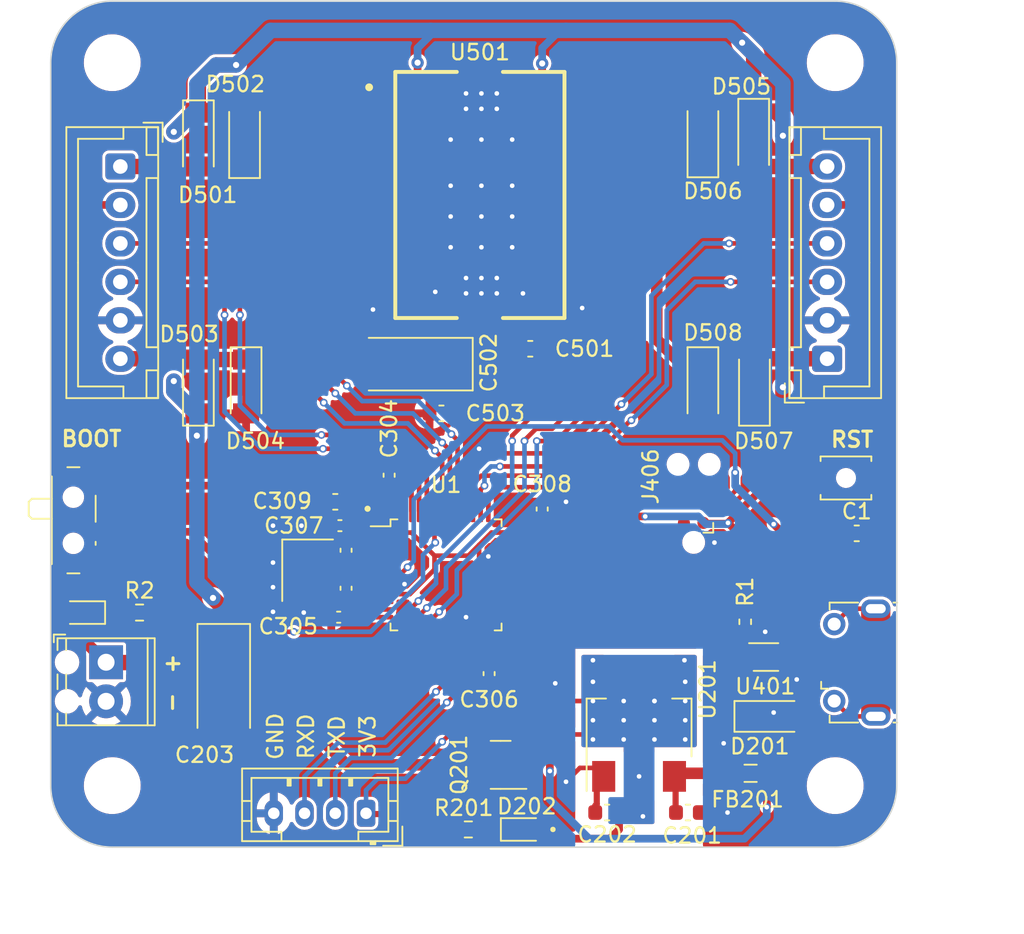
<source format=kicad_pcb>
(kicad_pcb (version 20211014) (generator pcbnew)
  (layers (0 "F.Cu" signal) (31 "B.Cu" signal) (34 "B.Paste" user) (35 "F.Paste" user) (36 "B.SilkS" user "B.Silkscreen") (37 "F.SilkS" user "F.Silkscreen") (38 "B.Mask" user) (39 "F.Mask" user) (44 "Edge.Cuts" user))
  (net 0 "")
  (net 1 "Net-(C201-Pad1)")
  (net 2 "GND")
  (net 3 "+3V3")
  (net 4 "+12V")
  (net 7 "VBUS")
  (net 8 "Net-(D1-Pad1)")
  (net 9 "Net-(D202-Pad1)")
  (net 10 "/Connectors/M1_OUT1")
  (net 11 "/Connectors/M1_OUT2")
  (net 12 "/Connectors/M2_OUT1")
  (net 13 "/Connectors/M2_OUT2")
  (net 14 "/Connectors/USB_CONN_DN")
  (net 15 "/Connectors/USB_CONN_DP")
  (net 16 "unconnected-(J402-Pad6)")
  (net 20 "/Microcontroller/OSC_IN")
  (net 21 "/Microcontroller/OSC_OUT")
  (net 22 "/Microcontroller/NRST")
  (net 37 "/Microcontroller/SWDIO")
  (net 38 "/Microcontroller/SWCLK")
  (net 39 "/Microcontroller/SWO")
  (net 40 "/Microcontroller/BOOT0")
  (net 41 "/Microcontroller/M1_ENCA")
  (net 42 "/Microcontroller/M2_ENCB")
  (net 43 "/Microcontroller/M2_ENCA")
  (net 44 "/Microcontroller/M1_ENCB")
  (net 45 "/Microcontroller/M1_IN2")
  (net 46 "/Microcontroller/M1_EN1")
  (net 47 "/Microcontroller/M1_IN1")
  (net 48 "/Microcontroller/M2_EN1")
  (net 49 "/Microcontroller/M2_IN1")
  (net 50 "/Microcontroller/M2_IN2")
  (net 51 "/Connectors/CONN_USB_DN")
  (net 52 "/Connectors/CONN_USB_DP")
  (net 53 "/Connectors/UART_TX")
  (net 54 "/Connectors/UART_RX")
  (net 55 "Net-(FB201-Pad1)")
  (footprint "Capacitor_SMD:C_0603_1608Metric" (layer "F.Cu") (at 166.175 132.75 180)
    (fp_text reference "C202")
    (fp_text value "10u")
  )
  (footprint "MountingHole:MountingHole_3.2mm_M3" (layer "F.Cu") (at 181 84)
    (fp_text reference "H401" hide)
    (fp_text value "M3")
  )
  (footprint "Connector_JST:JST_XH_B6B-XH-A_1x06_P2.50mm_Vertical" (layer "F.Cu") (at 180.475 103.25 90)
    (fp_text reference "J405" hide)
    (fp_text value "Motor 2")
  )
  (footprint "Diode_SMD:D_SOD-123" (layer "F.Cu") (at 176.7 126.5)
    (fp_text reference "D201")
    (fp_text value "B5819W")
  )
  (footprint "Package_TO_SOT_SMD:SOT-223-3_TabPin2" (layer "F.Cu") (at 168.25 127.25 90)
    (fp_text reference "U201")
    (fp_text value "AMS1117-3.3")
  )
  (footprint "Capacitor_SMD:C_0402_1005Metric" (layer "F.Cu") (at 158.5 123.72 -90)
    (fp_text reference "C306")
    (fp_text value "0u1")
  )
  (footprint "MountingHole:MountingHole_3.2mm_M3" (layer "F.Cu") (at 134 84)
    (fp_text reference "H403" hide)
    (fp_text value "M3")
  )
  (footprint "LED_SMD:LED_0603_1608Metric" (layer "F.Cu") (at 160.75 133.85)
    (fp_text reference "D202")
    (fp_text value "green")
  )
  (footprint "Diode_SMD:D_MiniMELF" (layer "F.Cu") (at 139.6 89 -90)
    (fp_text reference "D501")
    (fp_text value "LL4148")
  )
  (footprint "Capacitor_SMD:C_0402_1005Metric" (layer "F.Cu") (at 148.8 114.1 180)
    (fp_text reference "C307")
    (fp_text value "0u1")
  )
  (footprint "Diode_SMD:D_MiniMELF" (layer "F.Cu") (at 172.4 88.9 90)
    (fp_text reference "D506")
    (fp_text value "LL4148")
  )
  (footprint "Diode_SMD:D_MiniMELF" (layer "F.Cu") (at 175.75 105.05 90)
    (fp_text reference "D507")
    (fp_text value "LL4148")
  )
  (footprint "TerminalBlock_Phoenix:TerminalBlock_Phoenix_MPT-0,5-2-2.54_1x02_P2.54mm_Horizontal" (layer "F.Cu") (at 133.6 122.98 -90)
    (fp_text reference "J401" hide)
    (fp_text value "PWR_MOTOR")
  )
  (footprint "MountingHole:MountingHole_3.2mm_M3" (layer "F.Cu") (at 134 131)
    (fp_text reference "H402" hide)
    (fp_text value "M3")
  )
  (footprint "Resistor_SMD:R_0603_1608Metric" (layer "F.Cu") (at 135.775 119.75)
    (fp_text reference "R2")
    (fp_text value "1k5")
  )
  (footprint "Connector:Tag-Connect_TC2030-IDC-NL_2x03_P1.27mm_Vertical" (layer "F.Cu") (at 171.8 112.65 90)
    (fp_text reference "J406")
    (fp_text value "Conn_ARM_SWD_TagConnect_TC2030-NL")
  )
  (footprint "Capacitor_SMD:C_0402_1005Metric" (layer "F.Cu") (at 161.95 113.02 90)
    (fp_text reference "C308")
    (fp_text value "0u1")
  )
  (footprint "Package_QFP:LQFP-48_7x7mm_P0.5mm" (layer "F.Cu") (at 155.7 117.3)
    (fp_text reference "U1")
    (fp_text value "STM32F103C8Tx")
  )
  (footprint "Diode_SMD:D_MiniMELF" (layer "F.Cu") (at 142.7 105.05 -90)
    (fp_text reference "D504")
    (fp_text value "LL4148")
  )
  (footprint "Package_TO_SOT_SMD:SOT-666" (layer "F.Cu") (at 176.5 122.64)
    (fp_text reference "U401")
    (fp_text value "USBLC6-2P6")
  )
  (footprint "Capacitor_SMD:C_0603_1608Metric" (layer "F.Cu") (at 161.175 102.6 180)
    (fp_text reference "C501")
    (fp_text value "10u")
  )
  (footprint "Package_TO_SOT_SMD:SOT-23" (layer "F.Cu") (at 159.25 129.65 180)
    (fp_text reference "Q201")
    (fp_text value "AO3401A")
  )
  (footprint "LED_SMD:LED_0603_1608Metric" (layer "F.Cu") (at 132.05 119.75 180)
    (fp_text reference "D1" hide)
    (fp_text value "green")
  )
  (footprint "Diode_SMD:D_MiniMELF" (layer "F.Cu") (at 139.6 105.05 90)
    (fp_text reference "D503")
    (fp_text value "LL4148")
  )
  (footprint "L298P:SOIC127P1420X360-20N" (layer "F.Cu") (at 157.9 92.6)
    (fp_text reference "U501")
    (fp_text value "L298P")
  )
  (footprint "Capacitor_SMD:C_0402_1005Metric" (layer "F.Cu") (at 149.2 118.17 -90)
    (fp_text reference "C311" hide)
    (fp_text value "20p")
  )
  (footprint "Capacitor_SMD:C_0603_1608Metric" (layer "F.Cu") (at 155.4 106.8 180)
    (fp_text reference "C503")
    (fp_text value "10u")
  )
  (footprint "Capacitor_SMD:C_0603_1608Metric" (layer "F.Cu") (at 171.425 132.75)
    (fp_text reference "C201")
    (fp_text value "10u")
  )
  (footprint "Capacitor_Tantalum_SMD:CP_EIA-6032-15_Kemet-U" (layer "F.Cu") (at 141.25 124.25 -90)
    (fp_text reference "C203")
    (fp_text value "22u")
  )
  (footprint "Capacitor_SMD:C_0603_1608Metric" (layer "F.Cu") (at 182.4 114.6)
    (fp_text reference "C1")
    (fp_text value "0u1")
  )
  (footprint "Connector_JST:JST_PH_B4B-PH-K_1x04_P2.00mm_Vertical" (layer "F.Cu") (at 150.5 132.8 180)
    (fp_text reference "J404" hide)
    (fp_text value "I2C Connector")
  )
  (footprint "Button_Switch_SMD:SW_SPST_B3U-1000P-B" (layer "F.Cu") (at 181.7 111)
    (fp_text reference "SW1" hide)
    (fp_text value "SW_Push")
  )
  (footprint "Diode_SMD:D_MiniMELF" (layer "F.Cu") (at 172.4 105.05 -90)
    (fp_text reference "D508")
    (fp_text value "LL4148")
  )
  (footprint "Capacitor_Tantalum_SMD:CP_EIA-6032-15_Kemet-U" (layer "F.Cu") (at 153.675 103.6 180)
    (fp_text reference "C502")
    (fp_text value "22u")
  )
  (footprint "Inductor_SMD:L_0805_2012Metric" (layer "F.Cu") (at 175.5 130.2 180)
    (fp_text reference "FB201")
    (fp_text value "100@100MHz")
  )
  (footprint "Fiducial:Fiducial_0.5mm_Mask1.5mm" (layer "F.Cu") (at 138 133)
    (fp_text reference "FID401" hide)
    (fp_text value "Fiducial")
  )
  (footprint "Diode_SMD:D_MiniMELF" (layer "F.Cu") (at 175.7 88.9 -90)
    (fp_text reference "D505")
    (fp_text value "LL4148")
  )
  (footprint "Diode_SMD:D_MiniMELF" (layer "F.Cu") (at 142.6 88.95 90)
    (fp_text reference "D502")
    (fp_text value "LL4148")
  )
  (footprint "Connector_JST:JST_XH_B6B-XH-A_1x06_P2.50mm_Vertical" (layer "F.Cu") (at 134.525 90.75 -90)
    (fp_text reference "J403" hide)
    (fp_text value "Motor 1")
  )
  (footprint "Resistor_SMD:R_0402_1005Metric" (layer "F.Cu") (at 175.15 120.35 -90)
    (fp_text reference "R1")
    (fp_text value "1k5")
  )
  (footprint "Fiducial:Fiducial_0.5mm_Mask1.5mm" (layer "F.Cu") (at 177 81.5)
    (fp_text reference "FID402" hide)
    (fp_text value "Fiducial")
  )
  (footprint "Capacitor_SMD:C_0402_1005Metric" (layer "F.Cu") (at 149.2 115.7 90)
    (fp_text reference "C310" hide)
    (fp_text value "20p")
  )
  (footprint "Button_Switch_SMD:SW_SPDT_PCM12" (layer "F.Cu") (at 131.8 113.75 -90)
    (fp_text reference "SW2" hide)
    (fp_text value "SW_SPDT")
  )
  (footprint "Capacitor_SMD:C_0402_1005Metric" (layer "F.Cu") (at 148.72 120.05 180)
    (fp_text reference "C305")
    (fp_text value "0u1")
  )
  (footprint "Connector_USB:USB_Micro-B_Molex-105017-0001" (layer "F.Cu") (at 182.4 123 90)
    (fp_text reference "J402" hide)
    (fp_text value "USB_B_Micro")
  )
  (footprint "Capacitor_SMD:C_0603_1608Metric" (layer "F.Cu") (at 148.5 112.55 180)
    (fp_text reference "C309")
    (fp_text value "4u7")
  )
  (footprint "Resistor_SMD:R_0603_1608Metric" (layer "F.Cu") (at 157.15 133.85 180)
    (fp_text reference "R201")
    (fp_text value "510")
  )
  (footprint "MountingHole:MountingHole_3.2mm_M3" (layer "F.Cu") (at 181 131)
    (fp_text reference "H404" hide)
    (fp_text value "M3")
  )
  (footprint "Capacitor_SMD:C_0402_1005Metric" (layer "F.Cu") (at 152 110.82 90)
    (fp_text reference "C304")
    (fp_text value "0u1")
  )
  (footprint "Crystal:Crystal_SMD_3225-4Pin_3.2x2.5mm" (layer "F.Cu") (at 146.7 117 -90)
    (fp_text reference "Y301" hide)
    (fp_text value "12MHz")
  )
  (gr_circle (center 162.65 133.85) (end 162.75 133.85) (layer "F.SilkS") (width 0.15) (fill solid))
  (gr_circle (center 150.6 113) (end 150.75 113) (layer "F.SilkS") (width 0.1) (fill solid))
  (gr_arc (start 181 80) (mid 183.828427 81.171573) (end 185 84) (layer "Edge.Cuts") (width 0.1))
  (gr_line (start 185 131) (end 185 84) (layer "Edge.Cuts") (width 0.1))
  (gr_arc (start 134 135) (mid 131.171573 133.828427) (end 130 131) (layer "Edge.Cuts") (width 0.1))
  (gr_arc (start 130 84) (mid 131.171573 81.171573) (end 134 80) (layer "Edge.Cuts") (width 0.1))
  (gr_line (start 130 84) (end 130 131) (layer "Edge.Cuts") (width 0.1))
  (gr_line (start 181 80) (end 134 80) (layer "Edge.Cuts") (width 0.1))
  (gr_line (start 134 135) (end 181 135) (layer "Edge.Cuts") (width 0.1))
  (gr_arc (start 185 131) (mid 183.828427 133.828427) (end 181 135) (layer "Edge.Cuts") (width 0.1))
  (gr_text "BOOT" (at 132.65 108.45) (layer "F.SilkS") (effects (font (size 1 1) (thickness 0.2))))
  (gr_text "GND" (at 144.6 127.8 90) (layer "F.SilkS") (effects (font (size 1 1))))
  (gr_text "3V3" (at 150.6 127.8 90) (layer "F.SilkS") (effects (font (size 1 1))))
  (gr_text "TXD" (at 148.6 127.8 90) (layer "F.SilkS") (effects (font (size 1 1))))
  (gr_text "RXD" (at 146.6 127.8 90) (layer "F.SilkS") (effects (font (size 1 1))))
  (gr_text "-" (at 137.85 125.6 90) (layer "F.SilkS") (effects (font (size 1 1) (thickness 0.2)) (justify mirror)))
  (gr_text "+" (at 137.95 123) (layer "F.SilkS") (effects (font (size 1 1) (thickness 0.2)) (justify mirror)))
  (gr_text "RST" (at 182.1 108.5) (layer "F.SilkS") (effects (font (size 1 1) (thickness 0.2))))
  (segment (start 170.925 130.2) (end 170.575 129.85) (width 0.75) (layer "F.Cu") (net 1))
  (segment (start 170.625 132.3) (end 170.625 129.9) (width 0.4) (layer "F.Cu") (net 1))
  (segment (start 170.625 129.9) (end 170.575 129.85) (width 0.4) (layer "F.Cu") (net 1))
  (segment (start 174.4375 130.2) (end 170.925 130.2) (width 0.75) (layer "F.Cu") (net 1))
  (segment (start 157.642894 120.05) (end 157 120.05) (width 0.3) (layer "F.Cu") (net 2))
  (segment (start 148.23 115.22) (end 147.55 115.9) (width 0.4) (layer "F.Cu") (net 2))
  (segment (start 158.95 115.05) (end 158.5 115.5) (width 0.3) (layer "F.Cu") (net 2))
  (segment (start 158.4495 115.5505) (end 158.4495 116.1) (width 0.3) (layer "F.Cu") (net 2))
  (segment (start 149.2 115.22) (end 148.23 115.22) (width 0.4) (layer "F.Cu") (net 2))
  (segment (start 176.116447 122.566446) (end 176.042893 122.64) (width 0.3) (layer "F.Cu") (net 2))
  (segment (start 176.042893 122.64) (end 175.575 122.64) (width 0.3) (layer "F.Cu") (net 2))
  (segment (start 176.133554 122.566446) (end 176.116447 122.566446) (width 0.3) (layer "F.Cu") (net 2))
  (segment (start 165.5 130.325) (end 165.975 129.85) (width 0.4) (layer "F.Cu") (net 2))
  (segment (start 153.45 111.25) (end 152.54 110.34) (width 0.3) (layer "F.Cu") (net 2))
  (segment (start 149.2 119.2) (end 149.05 119.35) (width 0.3) (layer "F.Cu") (net 2))
  (segment (start 153.45 113.1375) (end 153.45 111.25) (width 0.3) (layer "F.Cu") (net 2))
  (segment (start 176.45 121) (end 176.45 122.25) (width 0.3) (layer "F.Cu") (net 2))
  (segment (start 148.5 119.35) (end 148.24 119.61) (width 0.3) (layer "F.Cu") (net 2))
  (segment (start 148.24 119.857035) (end 148.24 119.9) (width 0.3) (layer "F.Cu") (net 2))
  (segment (start 158.5 115.5) (end 158.4495 115.5505) (width 0.3) (layer "F.Cu") (net 2))
  (segment (start 149.05 119.35) (end 148.5 119.35) (width 0.3) (layer "F.Cu") (net 2))
  (segment (start 172.4 87.15) (end 172.4 87.1) (width 0.75) (layer "F.Cu") (net 2))
  (segment (start 157.95 120.357106) (end 157.642894 120.05) (width 0.3) (layer "F.Cu") (net 2))
  (segment (start 165.4 132.3) (end 165.5 132.2) (width 0.4) (layer "F.Cu") (net 2))
  (segment (start 157.95 121.4625) (end 157.95 120.357106) (width 0.3) (layer "F.Cu") (net 2))
  (segment (start 165.975 129.85) (end 164.4 129.85) (width 0.3) (layer "F.Cu") (net 2))
  (segment (start 148.24 119.61) (end 148.24 120.05) (width 0.3) (layer "F.Cu") (net 2))
  (segment (start 165.5 132.2) (end 165.5 130.325) (width 0.4) (layer "F.Cu") (net 2))
  (segment (start 149.2 118.65) (end 149.2 119.2) (width 0.3) (layer "F.Cu") (net 2))
  (segment (start 164.4 129.85) (end 163.5 130.75) (width 0.3) (layer "F.Cu") (net 2))
  (segment (start 176.45 122.25) (end 176.133554 122.566446) (width 0.3) (layer "F.Cu") (net 2))
  (segment (start 174 132.75) (end 172.2 132.75) (width 0.3) (layer "F.Cu") (net 2))
  (segment (start 152.54 110.34) (end 152 110.34) (width 0.3) (layer "F.Cu") (net 2))
  (segment (start 159.8625 115.05) (end 158.95 115.05) (width 0.3) (layer "F.Cu") (net 2))
  (via (at 157 87) (size 0.5) (drill 0.3) (layers "F.Cu" "B.Cu") (net 2))
  (via (at 158.4495 116.1) (size 0.5) (drill 0.3) (layers "F.Cu" "B.Cu") (net 2))
  (via (at 160 94) (size 0.5) (drill 0.3) (layers "F.Cu" "B.Cu") (net 2))
  (via (at 162.8 124.35) (size 0.5) (drill 0.3) (layers "F.Cu" "B.Cu") (net 2))
  (via (at 146.3 114.1) (size 0.5) (drill 0.3) (layers "F.Cu" "B.Cu") (net 2))
  (via (at 157 120.05) (size 0.5) (drill 0.3) (layers "F.Cu" "B.Cu") (net 2))
  (via (at 160 92) (size 0.5) (drill 0.3) (layers "F.Cu" "B.Cu") (net 2))
  (via (at 158 86) (size 0.5) (drill 0.3) (layers "F.Cu" "B.Cu") (net 2))
  (via (at 160.7 99) (size 0.5) (drill 0.3) (layers "F.Cu" "B.Cu") (net 2))
  (via (at 156 96) (size 0.5) (drill 0.3) (layers "F.Cu" "B.Cu") (net 2))
  (via (at 173.15 115.2) (size 0.5) (drill 0.3) (layers "F.Cu" "B.Cu") (net 2))
  (via (at 163.5 112.55) (size 0.5) (drill 0.3) (layers "F.Cu" "B.Cu") (net 2))
  (via (at 144.45 119.7) (size 0.5) (drill 0.3) (layers "F.Cu" "B.Cu") (net 2))
  (via (at 157 86) (size 0.5) (drill 0.3) (layers "F.Cu" "B.Cu") (net 2))
  (via (at 144.45 118.1) (size 0.5) (drill 0.3) (layers "F.Cu" "B.Cu") (net 2))
  (via (at 158 96) (size 0.5) (drill 0.3) (layers "F.Cu" "B.Cu") (net 2))
  (via (at 153 117.9) (size 0.5) (drill 0.3) (layers "F.Cu" "B.Cu") (net 2))
  (via (at 159 99) (size 0.5) (drill 0.3) (layers "F.Cu" "B.Cu") (net 2))
  (via (at 157 99) (size 0.5) (drill 0.3) (layers "F.Cu" "B.Cu") (net 2))
  (via (at 158 87) (size 0.5) (drill 0.3) (layers "F.Cu" "B.Cu") (net 2))
  (via (at 156 94) (size 0.5) (drill 0.3) (layers "F.Cu" "B.Cu") (net 2))
  (via (at 160 96) (size 0.5) (drill 0.3) (layers "F.Cu" "B.Cu") (net 2))
  (via (at 159 86) (size 0.5) (drill 0.3) (layers "F.Cu" "B.Cu") (net 2))
  (via (at 157 98) (size 0.5) (drill 0.3) (layers "F.Cu" "B.Cu") (net 2))
  (via (at 146.45 119.75) (size 0.5) (drill 0.3) (layers "F.Cu" "B.Cu") (net 2))
  (via (at 159 87) (size 0.5) (drill 0.3) (layers "F.Cu" "B.Cu") (net 2))
  (via (at 178.5 124.1) (size 0.5) (drill 0.3) (layers "F.Cu" "B.Cu") (net 2))
  (via (at 173.75 128.25) (size 0.5) (drill 0.3) (layers "F.Cu" "B.Cu") (net 2))
  (via (at 158 98) (size 0.5) (drill 0.3) (layers "F.Cu" "B.Cu") (net 2))
  (via (at 174 132.75) (size 0.5) (drill 0.3) (layers "F.Cu" "B.Cu") (net 2))
  (via (at 144.45 114.1) (size 0.5) (drill 0.3) (layers "F.Cu" "B.Cu") (net 2))
  (via (at 144.45 116.5) (size 0.5) (drill 0.3) (layers "F.Cu" "B.Cu") (net 2))
  (via (at 176.45 121) (size 0.5) (drill 0.3) (layers "F.Cu" "B.Cu") (net 2))
  (via (at 177 126.25) (size 0.5) (drill 0.3) (layers "F.Cu" "B.Cu") (net 2))
  (via (at 160 89) (size 0.5) (drill 0.3) (layers "F.Cu" "B.Cu") (net 2))
  (via (at 156 89) (size 0.5) (drill 0.3) (layers "F.Cu" "B.Cu") (net 2))
  (via (at 163.5 130.75) (size 0.5) (drill 0.3) (layers "F.Cu" "B.Cu") (net 2))
  (via (at 157.85 109.1) (size 0.5) (drill 0.3) (layers "F.Cu" "B.Cu") (net 2))
  (via (at 150.95 100.05) (size 0.5) (drill 0.3) (layers "F.Cu" "B.Cu") (net 2))
  (via (at 156 92) (size 0.5) (drill 0.3) (layers "F.Cu" "B.Cu") (net 2))
  (via (at 158 99) (size 0.5) (drill 0.3) (layers "F.Cu" "B.Cu") (net 2))
  (via (at 158 94) (size 0.5) (drill 0.3) (layers "F.Cu" "B.Cu") (net 2))
  (via (at 159 98) (size 0.5) (drill 0.3) (layers "F.Cu" "B.Cu") (net 2))
  (via (at 155 98.9) (size 0.5) (drill 0.3) (layers "F.Cu" "B.Cu") (net 2))
  (via (at 158 89) (size 0.5) (drill 0.3) (layers "F.Cu" "B.Cu") (net 2))
  (via (at 164.55 99.95) (size 0.5) (drill 0.3) (layers "F.Cu" "B.Cu") (net 2))
  (via (at 158 92) (size 0.5) (drill 0.3) (layers "F.Cu" "B.Cu") (net 2))
  (segment (start 153.35 118.55) (end 154.95 116.95) (width 0.3) (layer "F.Cu") (net 3))
  (segment (start 165.25 125.5) (end 161.3 125.5) (width 0.3) (layer "F.Cu") (net 3))
  (segment (start 151.5375 114.55) (end 153.45 114.55) (width 0.3) (layer "F.Cu") (net 3))
  (segment (start 157.85 118.6) (end 157.85 119.55) (width 0.3) (layer "F.Cu") (net 3))
  (segment (start 175.15 115.04) (end 174.03 113.92) (width 0.5) (layer "F.Cu") (net 3))
  (segment (start 172.435 113.92) (end 174.03 113.92) (width 0.4) (layer "F.Cu") (net 3))
  (segment (start 135.6 108) (end 138.1 110.5) (width 0.5) (layer "F.Cu") (net 3))
  (segment (start 183.1 104.85) (end 174.03 113.92) (width 0.5) (layer "F.Cu") (net 3))
  (segment (start 149.2 120.05) (end 149.95 119.3) (width 0.3) (layer "F.Cu") (net 3))
  (segment (start 151.5375 118.55) (end 153.35 118.55) (width 0.3) (layer "F.Cu") (net 3))
  (segment (start 148.95 111.5) (end 138.1 111.5) (width 0.5) (layer "F.Cu") (net 3))
  (segment (start 152.95 114.35) (end 152.95 113.1375) (width 0.3) (layer "F.Cu") (net 3))
  (segment (start 150.4 118.55) (end 151.5375 118.55) (width 0.3) (layer "F.Cu") (net 3))
  (segment (start 161.5375 132.6375) (end 161.1 132.2) (width 0.4) (layer "F.Cu") (net 3))
  (segment (start 160.9 114.55) (end 159.8625 114.55) (width 0.3) (layer "F.Cu") (net 3))
  (segment (start 134.525 93.25) (end 132.55 93.25) (width 0.5) (layer "F.Cu") (net 3))
  (segment (start 133.85 111.5) (end 133.95 111.4) (width 0.3) (layer "F.Cu") (net 3))
  (segment (start 162.1375 134.45) (end 161.5375 133.85) (width 0.5) (layer "F.Cu") (net 3))
  (segment (start 158.45 121.4625) (end 158.45 123.19) (width 0.3) (layer "F.Cu") (net 3))
  (segment (start 157.85 115.35) (end 157.85 118.6) (width 0.3) (layer "F.Cu") (net 3))
  (segment (start 151.5375 114.55) (end 150.35 114.55) (width 0.3) (layer "F.Cu") (net 3))
  (segment (start 159.8625 114.55) (end 158.65 114.55) (width 0.3) (layer "F.Cu") (net 3))
  (segment (start 159.04 123.24) (end 158.5 123.24) (width 0.3) (layer "F.Cu") (net 3))
  (segment (start 158.45 123.19) (end 158.5 123.24) (width 0.3) (layer "F.Cu") (net 3))
  (segment (start 150.35 114.55) (end 149.9 114.1) (width 0.3) (layer "F.Cu") (net 3))
  (segment (start 161.95 113.5) (end 160.9 114.55) (width 0.3) (layer "F.Cu") (net 3))
  (segment (start 152.95 112.25) (end 152 111.3) (width 0.3) (layer "F.Cu") (net 3))
  (segment (start 161.3 125.5) (end 159.04 123.24) (width 0.3) (layer "F.Cu") (net 3))
  (segment (start 161.5375 133.85) (end 161.5375 132.6375) (width 0.4) (layer "F.Cu") (net 3))
  (segment (start 153.2 132.2) (end 152.55 132.85) (width 0.4) (layer "F.Cu") (net 3))
  (segment (start 161.95 113.5) (end 168.65 113.5) (width 0.5) (layer "F.Cu") (net 3))
  (segment (start 154.95 116.05) (end 157.15 116.05) (width 0.3) (layer "F.Cu") (net 3))
  (segment (start 131 94.8) (end 131 106) (width 0.5) (layer "F.Cu") (net 3))
  (segment (start 149.28 112.8) (end 149.28 114.1) (width 0.25) (layer "F.Cu") (net 3))
  (segment (start 175.15 119.84) (end 175.15 115.04) (width 0.5) (layer "F.Cu") (net 3))
  (segment (start 149.95 119) (end 150.4 118.55) (width 0.3) (layer "F.Cu") (net 3))
  (segment (start 164.925 127.675) (end 165.25 128) (width 0.3) (layer "F.Cu") (net 3))
  (segment (start 149.95 119.3) (end 149.95 119) (width 0.3) (layer "F.Cu") (net 3))
  (segment (start 166.95 132.75) (end 166.95 133.85) (width 0.5) (layer "F.Cu") (net 3))
  (segment (start 132.55 93.25) (end 131 94.8) (width 0.5) (layer "F.Cu") (net 3))
  (segment (start 157.85 119.55) (end 158.45 120.15) (width 0.3) (layer "F.Cu") (net 3))
  (segment (start 150.55 132.85) (end 150.5 132.8) (width 0.4) (layer "F.Cu") (net 3))
  (segment (start 158.65 114.55) (end 157.85 115.35) (width 0.3) (layer "F.Cu") (net 3))
  (segment (start 154.95 116.95) (end 154.95 116.05) (width 0.3) (layer "F.Cu") (net 3))
  (segment (start 180.475 93.25) (end 181.95 93.25) (width 0.5) (layer "F.Cu") (net 3))
  (segment (start 158.45 120.15) (end 158.45 121.4625) (width 0.3) (layer "F.Cu") (net 3))
  (segment (start 149.28 111.83) (end 148.95 111.5) (width 0.5) (layer "F.Cu") (net 3))
  (segment (start 149.9 114.1) (end 149.28 114.1) (width 0.3) (layer "F.Cu") (net 3))
  (segment (start 153.45 114.55) (end 154.95 116.05) (width 0.3) (layer "F.Cu") (net 3))
  (segment (start 152.95 113.1375) (end 152.95 112.25) (width 0.3) (layer "F.Cu") (net 3))
  (segment (start 157.15 116.05) (end 157.85 115.35) (width 0.3) (layer "F.Cu") (net 3))
  (segment (start 161.1 132.2) (end 153.2 132.2) (width 0.4) (layer "F.Cu") (net 3))
  (segment (start 181.95 93.25) (end 183.1 94.4) (width 0.5) (layer "F.Cu") (net 3))
  (segment (start 138.1 111.5) (end 133.85 111.5) (width 0.5) (layer "F.Cu") (net 3))
  (segment (start 133 108) (end 135.6 108) (width 0.5) (layer "F.Cu") (net 3))
  (segment (start 183.1 94.4) (end 183.1 104.85) (width 0.5) (layer "F.Cu") (net 3))
  (segment (start 131 106) (end 133 108) (width 0.5) (layer "F.Cu") (net 3))
  (segment (start 149.28 112.8) (end 149.28 111.83) (width 0.5) (layer "F.Cu") (net 3))
  (segment (start 138.1 110.5) (end 138.1 111.5) (width 0.5) (layer "F.Cu") (net 3))
  (segment (start 166.95 133.85) (end 166.35 134.45) (width 0.5) (layer "F.Cu") (net 3))
  (segment (start 155.45 128.15) (end 155.925 127.675) (width 0.3) (layer "F.Cu") (net 3))
  (segment (start 166.35 134.45) (end 162.1375 134.45) (width 0.5) (layer "F.Cu") (net 3))
  (segment (start 152.55 132.85) (end 150.55 132.85) (width 0.4) (layer "F.Cu") (net 3))
  (segment (start 155.925 127.675) (end 164.925 127.675) (width 0.3) (layer "F.Cu") (net 3))
  (segment (start 157.85 119.35) (end 157.85 118.6) (width 0.3) (layer "F.Cu") (net 3))
  (via (at 171.25 128) (size 0.5) (drill 0.3) (layers "F.Cu" "B.Cu") (net 3))
  (via (at 165.25 125.5) (size 0.5) (drill 0.3) (layers "F.Cu" "B.Cu") (net 3))
  (via (at 167.25 126.75) (size 0.5) (drill 0.3) (layers "F.Cu" "B.Cu") (net 3))
  (via (at 169.25 125.5) (size 0.5) (drill 0.3) (layers "F.Cu" "B.Cu") (net 3))
  (via (at 168.65 113.5) (size 0.5) (drill 0.3) (layers "F.Cu" "B.Cu") (net 3))
  (via (at 171.2 122.85) (size 0.5) (drill 0.3) (layers "F.Cu" "B.Cu") (net 3))
  (via (at 165.25 122.85) (size 0.5) (drill 0.3) (layers "F.Cu" "B.Cu") (net 3))
  (via (at 174.03 113.92) (size 0.5) (drill 0.3) (layers "F.Cu" "B.Cu") (net 3))
  (via (at 171.25 124.25) (size 0.5) (drill 0.3) (layers "F.Cu" "B.Cu") (net 3))
  (via (at 168.25 130.4) (size 0.5) (drill 0.3) (layers "F.Cu" "B.Cu") (net 3))
  (via (at 165.25 124.25) (size 0.5) (drill 0.3) (layers "F.Cu" "B.Cu") (net 3))
  (via (at 167.25 128) (size 0.5) (drill 0.3) (layers "F.Cu" "B.Cu") (net 3))
  (via (at 165.25 128) (size 0.5) (drill 0.3) (layers "F.Cu" "B.Cu") (net 3))
  (via (at 171.25 125.5) (size 0.5) (drill 0.3) (layers "F.Cu" "B.Cu") (net 3))
  (via (at 167.25 125.5) (size 0.5) (drill 0.3) (layers "F.Cu" "B.Cu") (net 3))
  (via (at 169.25 125.5) (size 0.5) (drill 0.3) (layers "F.Cu" "B.Cu") (net 3))
  (via (at 165.25 126.75) (size 0.5) (drill 0.3) (layers "F.Cu" "B.Cu") (net 3))
  (via (at 169.25 126.75) (size 0.5) (drill 0.3) (layers "F.Cu" "B.Cu") (net 3))
  (via (at 171.25 126.75) (size 0.5) (drill 0.3) (layers "F.Cu" "B.Cu") (net 3))
  (via (at 155.45 128.15) (size 0.5) (drill 0.3) (layers "F.Cu" "B.Cu") (net 3))
  (via (at 168.5 133) (size 0.5) (drill 0.3) (layers "F.Cu" "B.Cu") (net 3))
  (via (at 169.25 128) (size 0.5) (drill 0.3) (layers "F.Cu" "B.Cu") (net 3))
  (segment (start 150.5 131.3) (end 150.7 131.1) (width 0.3) (layer "B.Cu") (net 3))
  (segment (start 153.05 130.55) (end 154.95 128.65) (width 0.3) (layer "B.Cu") (net 3))
  (segment (start 150.5 132.8) (end 150.5 131.3) (width 0.3) (layer "B.Cu") (net 3))
  (segment (start 174.03 113.92) (end 173.95 114) (width 0.5) (layer "B.Cu") (net 3))
  (segment (start 150.7 131.1) (end 151.25 130.55) (width 0.3) (layer "B.Cu") (net 3))
  (segment (start 173.95 114) (end 172.6 114) (width 0.5) (layer "B.Cu") (net 3))
  (segment (start 151.25 130.55) (end 152.6 130.55) (width 0.3) (layer "B.Cu") (net 3))
  (segment (start 172.1 113.5) (end 168.65 113.5) (width 0.5) (layer "B.Cu") (net 3))
  (segment (start 152.6 130.55) (end 153.05 130.55) (width 0.3) (layer "B.Cu") (net 3))
  (segment (start 154.95 128.65) (end 155.45 128.15) (width 0.3) (layer "B.Cu") (net 3))
  (segment (start 172.6 114) (end 172.1 113.5) (width 0.5) (layer "B.Cu") (net 3))
  (segment (start 141.25 121.7875) (end 141.3375 121.7875) (width 1) (layer "F.Cu") (net 4))
  (segment (start 175.7 87.2) (end 175.75 87.25) (width 1) (layer "F.Cu") (net 4))
  (segment (start 139.45 106.8) (end 139.6 106.8) (width 1) (layer "F.Cu") (net 4))
  (segment (start 141.3375 121.7875) (end 146.85 127.3) (width 1) (layer "F.Cu") (net 4))
  (segment (start 151.2 93.235) (end 153.135 93.235) (width 0.5) (layer "F.Cu") (net 4))
  (segment (start 140.55 118.8) (end 141.25 119.5) (width 1) (layer "F.Cu") (net 4))
  (segment (start 161.95 102.6) (end 161.95 103.95) (width 0.75) (layer "F.Cu") (net 4))
  (segment (start 131.2625 120.6625) (end 131.2625 119.75) (width 0.75) (layer "F.Cu") (net 4))
  (segment (start 139.25 87.25) (end 138 88.5) (width 1) (layer "F.Cu") (net 4))
  (segment (start 175.7 87.15) (end 175.7 87.2) (width 1) (layer "F.Cu") (net 4))
  (segment (start 146.9 127.3) (end 146.85 127.3) (width 0.75) (layer "F.Cu") (net 4))
  (segment (start 153.85 101.15) (end 153.85 93.95) (width 0.5) (layer "F.Cu") (net 4))
  (segment (start 156.175 106.8) (end 156.175 103.6375) (width 0.4) (layer "F.Cu") (net 4))
  (segment (start 161.5 104.4) (end 156.9375 104.4) (width 0.75) (layer "F.Cu") (net 4))
  (segment (start 140.75 84.15) (end 142.05 84.15) (width 1) (layer "F.Cu") (net 4))
  (segment (start 133.48 122.98) (end 133.6 122.98) (width 0.5) (layer "F.Cu") (net 4))
  (segment (start 175.7 83.45) (end 174.95 82.7) (width 1) (layer "F.Cu") (net 4))
  (segment (start 139.6 85.3) (end 140.75 84.15) (width 1) (layer "F.Cu") (net 4))
  (segment (start 149.25 129.65) (end 146.9 127.3) (width 0.75) (layer "F.Cu") (net 4))
  (segment (start 161.95 102.6) (end 161.95 97.8) (width 0.5) (layer "F.Cu") (net 4))
  (segment (start 141.25 119.5) (end 141.25 121.7875) (width 1) (layer "F.Cu") (net 4))
  (segment (start 158.3125 129.65) (end 149.25 129.65) (width 0.75) (layer "F.Cu") (net 4))
  (segment (start 153.85 84) (end 153.85 93.9) (width 0.5) (layer "F.Cu") (net 4))
  (segment (start 139.6 87.25) (end 139.25 87.25) (width 1) (layer "F.Cu") (net 4))
  (segment (start 139.5 87.15) (end 139.6 87.25) (width 1) (layer "F.Cu") (net 4))
  (segment (start 177.6 88.75) (end 177.6 87.65) (width 1) (layer "F.Cu") (net 4))
  (segment (start 156.9375 104.4) (end 156.1375 103.6) (width 0.75) (layer "F.Cu") (net 4))
  (segment (start 139.6 106.8) (end 139.5 106.9) (width 1) (layer "F.Cu") (net 4))
  (segment (start 139.5 106.9) (end 139.5 108.25) (width 1) (layer "F.Cu") (net 4))
  (segment (start 139.6 87.25) (end 139.6 85.3) (width 1) (layer "F.Cu") (net 4))
  (segment (start 177.6 105.1) (end 177.6 106.2) (width 1) (layer "F.Cu") (net 4))
  (segment (start 156.1375 103.6) (end 156.1375 103.4375) (width 0.5) (layer "F.Cu") (net 4))
  (segment (start 133.58 122.98) (end 131.2625 120.6625) (width 0.75) (layer "F.Cu") (net 4))
  (segment (start 162.705 97.045) (end 164.6 97.045) (width 0.5) (layer "F.Cu") (net 4))
  (segment (start 141.25 121.7875) (end 141.25 122.05) (width 1) (layer "F.Cu") (net 4))
  (segment (start 175.7 87.15) (end 175.7 83.45) (width 1) (layer "F.Cu") (net 4))
  (segment (start 177 106.8) (end 175.75 106.8) (width 1) (layer "F.Cu") (net 4))
  (segment (start 155.7 103.6375) (end 155.6625 103.6) (width 0.4) (layer "F.Cu") (net 4))
  (segment (start 177.6 87.65) (end 177.1 87.15) (width 1) (layer "F.Cu") (net 4))
  (segment (start 177.6 106.2) (end 177 106.8) (width 1) (layer "F.Cu") (net 4))
  (segment (start 134 123) (end 140.0375 123) (width 1) (layer "F.Cu") (net 4))
  (segment (start 133.6 122.98) (end 133.58 122.98) (width 0.75) (layer "F.Cu") (net 4))
  (segment (start 138 104.7) (end 138 105.35) (width 1) (layer "F.Cu") (net 4))
  (segment (start 140.0375 123) (end 141.25 121.7875) (width 1) (layer "F.Cu") (net 4))
  (segment (start 138 105.35) (end 139.45 106.8) (width 1) (layer "F.Cu") (net 4))
  (segment (start 161.95 103.95) (end 161.5 104.4) (width 0.75) (layer "F.Cu") (net 4))
  (segment (start 156.1375 103.4375) (end 153.85 101.15) (width 0.5) (layer "F.Cu") (net 4))
  (segment (start 153.135 93.235) (end 153.85 93.95) (width 0.5) (layer "F.Cu") (net 4))
  (segment (start 177.1 87.15) (end 175.7 87.15) (width 1) (layer "F.Cu") (net 4))
  (segment (start 161.95 97.8) (end 162.705 97.045) (width 0.5) (layer "F.Cu") (net 4))
  (segment (start 161.95 84.05) (end 161.95 97.8) (width 0.5) (layer "F.Cu") (net 4))
  (segment (start 141.65 122.05) (end 141.25 122.05) (width 0.75) (layer "F.Cu") (net 4))
  (via (at 138 104.7) (size 0.8) (drill 0.4) (layers "F.Cu" "B.Cu") (net 4))
  (via (at 142.05 84.15) (size 0.8) (drill 0.4) (layers "F.Cu" "B.Cu") (net 4))
  (via (at 153.85 84) (size 0.8) (drill 0.4) (layers "F.Cu" "B.Cu") (net 4))
  (via (at 161.95 84.05) (size 0.8) (drill 0.4) (layers "F.Cu" "B.Cu") (net 4))
  (via (at 140.55 118.8) (size 0.8) (drill 0.4) (layers "F.Cu" "B.Cu") (net 4))
  (via (at 174.95 82.7) (size 0.8) (drill 0.4) (layers "F.Cu" "B.Cu") (net 4))
  (via (at 138 88.5) (size 0.8) (drill 0.4) (layers "F.Cu" "B.Cu") (net 4))
  (via (at 177.6 105.1) (size 0.8) (drill 0.4) (layers "F.Cu" "B.Cu") (net 4))
  (via (at 177.6 88.75) (size 0.8) (drill 0.4) (layers "F.Cu" "B.Cu") (net 4))
  (via (at 139.5 108.25) (size 0.8) (drill 0.4) (layers "F.Cu" "B.Cu") (net 4))
  (segment (start 153.85 84) (end 153.85 83.05) (width 0.5) (layer "B.Cu") (net 4))
  (segment (start 139.5 108.25) (end 139.5 117.75) (width 1) (layer "B.Cu") (net 4))
  (segment (start 138 105.35) (end 139.5 106.85) (width 1) (layer "B.Cu") (net 4))
  (segment (start 174.15 81.9) (end 163.5 81.9) (width 1) (layer "B.Cu") (net 4))
  (segment (start 144.3 81.9) (end 154.7 81.9) (width 1) (layer "B.Cu") (net 4))
  (segment (start 138 104.7) (end 138 105.35) (width 1) (layer "B.Cu") (net 4))
  (segment (start 177.6 88.75) (end 177.6 85.35) (width 1) (layer "B.Cu") (net 4))
  (segment (start 139.5 106.85) (end 139.5 87) (width 1) (layer "B.Cu") (net 4))
  (segment (start 163.5 81.9) (end 154.7 81.9) (width 1) (layer "B.Cu") (net 4))
  (segment (start 163.1 81.9) (end 163.5 81.9) (width 0.5) (layer "B.Cu") (net 4))
  (segment (start 161.95 84.05) (end 161.95 83.05) (width 0.5) (layer "B.Cu") (net 4))
  (segment (start 161.95 83.05) (end 163.1 81.9) (width 0.5) (layer "B.Cu") (net 4))
  (segment (start 177.6 85.35) (end 174.95 82.7) (width 1) (layer "B.Cu") (net 4))
  (segment (start 177.6 105.1) (end 177.6 88.75) (width 1) (layer "B.Cu") (net 4))
  (segment (start 138 88.5) (end 139.5 87) (width 1) (layer "B.Cu") (net 4))
  (segment (start 153.85 83.05) (end 154.7 82.2) (width 0.5) (layer "B.Cu") (net 4))
  (segment (start 139.5 108.25) (end 139.5 106.85) (width 1) (layer "B.Cu") (net 4))
  (segment (start 139.5 87) (end 139.5 85.4) (width 1) (layer "B.Cu") (net 4))
  (segment (start 154.7 82.2) (end 154.7 81.9) (width 0.5) (layer "B.Cu") (net 4))
  (segment (start 142.05 84.15) (end 144.3 81.9) (width 1) (layer "B.Cu") (net 4))
  (segment (start 140.75 84.15) (end 142.05 84.15) (width 1) (layer "B.Cu") (net 4))
  (segment (start 139.5 117.75) (end 140.55 118.8) (width 1) (layer "B.Cu") (net 4))
  (segment (start 139.5 85.4) (end 140.75 84.15) (width 1) (layer "B.Cu") (net 4))
  (segment (start 174.95 82.7) (end 174.15 81.9) (width 1) (layer "B.Cu") (net 4))
  (segment (start 178.375 125.55) (end 178.35 125.55) (width 0.3) (layer "F.Cu") (net 7))
  (segment (start 178.375 125.55) (end 179.625 124.3) (width 0.4) (layer "F.Cu") (net 7))
  (segment (start 176.7 123.9) (end 178.35 125.55) (width 0.3) (layer "F.Cu") (net 7))
  (segment (start 176.7 122.85) (end 176.7 123.9) (width 0.3) (layer "F.Cu") (net 7))
  (segment (start 178.35 125.575) (end 178.35 125.8) (width 0.4) (layer "F.Cu") (net 7))
  (segment (start 179.625 124.3) (end 180.9375 124.3) (width 0.4) (layer "F.Cu") (net 7))
  (segment (start 176.91 122.64) (end 176.7 122.85) (width 0.3) (layer "F.Cu") (net 7))
  (segment (start 177.425 122.64) (end 176.91 122.64) (width 0.3) (layer "F.Cu") (net 7))
  (segment (start 178.375 125.55) (end 178.35 125.575) (width 0.4) (layer "F.Cu") (net 7))
  (segment (start 178.35 125.8) (end 178.35 126.5) (width 0.4) (layer "F.Cu") (net 7))
  (segment (start 178.35 125.55) (end 178.35 125.8) (width 0.3) (layer "F.Cu") (net 7))
  (segment (start 132.8375 119.75) (end 134.95 119.75) (width 0.75) (layer "F.Cu") (net 8))
  (segment (start 159.9625 133.85) (end 157.975 133.85) (width 0.4) (layer "F.Cu") (net 9))
  (segment (start 134.525 90.75) (end 139.6 90.75) (width 1) (layer "F.Cu") (net 10))
  (segment (start 151.2 90.695) (end 142.605 90.695) (width 0.75) (layer "F.Cu") (net 10))
  (segment (start 139.6 90.75) (end 142.55 90.75) (width 1) (layer "F.Cu") (net 10))
  (segment (start 151.195 90.7) (end 151.2 90.695) (width 0.25) (layer "F.Cu") (net 10))
  (segment (start 142.605 90.695) (end 142.6 90.7) (width 0.75) (layer "F.Cu") (net 10))
  (segment (start 142.55 90.75) (end 142.6 90.7) (width 1) (layer "F.Cu") (net 10))
  (segment (start 144.45 103.3) (end 142.7 103.3) (width 0.75) (layer "F.Cu") (net 11))
  (segment (start 151.2 91.965) (end 148.535 91.965) (width 0.75) (layer "F.Cu") (net 11))
  (segment (start 134.525 103.25) (end 139.55 103.25) (width 1) (layer "F.Cu") (net 11))
  (segment (start 139.55 103.25) (end 139.6 103.3) (width 1) (layer "F.Cu") (net 11))
  (segment (start 139.6 103.3) (end 142.55 103.3) (width 1) (layer "F.Cu") (net 11))
  (segment (start 139.65 103.25) (end 139.6 103.3) (width 0.25) (layer "F.Cu") (net 11))
  (segment (start 148.535 91.965) (end 145.5 95) (width 0.75) (layer "F.Cu") (net 11))
  (segment (start 145.5 95) (end 145.5 102.25) (width 0.75) (layer "F.Cu") (net 11))
  (segment (start 134.575 103.3) (end 134.525 103.25) (width 0.25) (layer "F.Cu") (net 11))
  (segment (start 142.55 103.3) (end 142.6 103.25) (width 1) (layer "F.Cu") (net 11))
  (segment (start 145.5 102.25) (end 144.45 103.3) (width 0.75) (layer "F.Cu") (net 11))
  (segment (start 175.8 90.75) (end 175.7 90.65) (width 1) (layer "F.Cu") (net 12))
  (segment (start 164.605 90.7) (end 164.6 90.695) (width 0.25) (layer "F.Cu") (net 12))
  (segment (start 172.395 90.695) (end 172.4 90.7) (width 0.5) (layer "F.Cu") (net 12))
  (segment (start 175.7 90.65) (end 172.4 90.65) (width 1) (layer "F.Cu") (net 12))
  (segment (start 172.355 90.695) (end 172.4 90.65) (width 0.75) (layer "F.Cu") (net 12))
  (segment (start 164.6 90.695) (end 172.355 90.695) (width 0.75) (layer "F.Cu") (net 12))
  (segment (start 180.475 90.75) (end 175.8 90.75) (width 1) (layer "F.Cu") (net 12))
  (segment (start 169.4 94.3) (end 169.4 102) (width 0.75) (layer "F.Cu") (net 13))
  (segment (start 175.8 103.25) (end 175.75 103.3) (width 1) (layer "F.Cu") (net 13))
  (segment (start 175.45 103.25) (end 175.4 103.3) (width 1) (layer "F.Cu") (net 13))
  (segment (start 169.4 102) (end 170.7 103.3) (width 0.75) (layer "F.Cu") (net 13))
  (segment (start 170.7 103.3) (end 172.4 103.3) (width 0.75) (layer "F.Cu") (net 13))
  (segment (start 180.475 103.25) (end 175.8 103.25) (width 1) (layer "F.Cu") (net 13))
  (segment (start 164.6 91.965) (end 167.065 91.965) (width 0.75) (layer "F.Cu") (net 13))
  (segment (start 167.065 91.965) (end 169.4 94.3) (width 0.75) (layer "F.Cu") (net 13))
  (segment (start 175.75 103.3) (end 172.4 103.3) (width 1) (layer "F.Cu") (net 13))
  (segment (start 180.425 103.3) (end 180.475 103.25) (width 0.25) (layer "F.Cu") (net 13))
  (segment (start 178.6775 123.1775) (end 177.35 123.1775) (width 0.3) (layer "F.Cu") (net 14))
  (segment (start 180.9375 123.65) (end 179.15 123.65) (width 0.3) (layer "F.Cu") (net 14))
  (segment (start 179.15 123.65) (end 178.6775 123.1775) (width 0.3) (layer "F.Cu") (net 14))
  (segment (start 178.6025 122.1025) (end 177.35 122.1025) (width 0.3) (layer "F.Cu") (net 15))
  (segment (start 180.9375 123) (end 179.5 123) (width 0.3) (layer "F.Cu") (net 15))
  (segment (start 179.5 123) (end 178.6025 122.1025) (width 0.3) (layer "F.Cu") (net 15))
  (segment (start 183.6375 119.5) (end 181.9375 119.5) (width 0.3) (layer "F.Cu") (net 16))
  (segment (start 183.6375 124) (end 183.6375 122) (width 0.3) (layer "F.Cu") (net 16))
  (segment (start 183.6375 122) (end 183.6375 120.1) (width 0.3) (layer "F.Cu") (net 16))
  (segment (start 181.9375 126.5) (end 180.9375 125.5) (width 0.3) (layer "F.Cu") (net 16))
  (segment (start 181.9375 119.5) (end 180.9375 120.5) (width 0.3) (layer "F.Cu") (net 16))
  (segment (start 183.6375 126.5) (end 181.9375 126.5) (width 0.3) (layer "F.Cu") (net 16))
  (segment (start 183.6375 125.9) (end 183.6375 124) (width 0.3) (layer "F.Cu") (net 16))
  (segment (start 183.6375 120.1) (end 183.6375 119.5) (width 0.3) (layer "F.Cu") (net 16))
  (segment (start 145.85 116.75) (end 145.85 115.9) (width 0.25) (layer "F.Cu") (net 20))
  (segment (start 148.975 116.925) (end 146.025 116.925) (width 0.25) (layer "F.Cu") (net 20))
  (segment (start 146.025 116.925) (end 145.85 116.75) (width 0.25) (layer "F.Cu") (net 20))
  (segment (start 151.5375 116.55) (end 150.35 116.55) (width 0.3) (layer "F.Cu") (net 20))
  (segment (start 150 116.2) (end 149.22 116.2) (width 0.3) (layer "F.Cu") (net 20))
  (segment (start 149.2 116.7) (end 148.975 116.925) (width 0.25) (layer "F.Cu") (net 20))
  (segment (start 149.22 116.2) (end 149.2 116.18) (width 0.3) (layer "F.Cu") (net 20))
  (segment (start 149.2 116.18) (end 149.2 116.7) (width 0.25) (layer "F.Cu") (net 20))
  (segment (start 150.35 116.55) (end 150 116.2) (width 0.3) (layer "F.Cu") (net 20))
  (segment (start 147.96 117.69) (end 147.55 118.1) (width 0.3) (layer "F.Cu") (net 21))
  (segment (start 149.2 117.69) (end 149.71 117.69) (width 0.3) (layer "F.Cu") (net 21))
  (segment (start 150.35 117.05) (end 151.5375 117.05) (width 0.3) (layer "F.Cu") (net 21))
  (segment (start 149.2 117.69) (end 147.96 117.69) (width 0.3) (layer "F.Cu") (net 21))
  (segment (start 149.71 117.69) (end 150.35 117.05) (width 0.3) (layer "F.Cu") (net 21))
  (segment (start 180 113.6) (end 179 114.6) (width 0.5) (layer "F.Cu") (net 22))
  (segment (start 181.625 114.6) (end 181 114.6) (width 0.5) (layer "F.Cu") (net 22))
  (segment (start 181 114.6) (end 180 113.6) (width 0.5) (layer "F.Cu") (net 22))
  (segment (start 179 114.6) (end 177.6 114.6) (width 0.5) (layer "F.Cu") (net 22))
  (segment (start 174.5 111.85) (end 173.7 112.65) (width 0.3) (layer "F.Cu") (net 22))
  (segment (start 152.45 117.55) (end 151.5375 117.55) (width 0.3) (layer "F.Cu") (net 22))
  (segment (start 177.6 114.6) (end 177 114) (width 0.5) (layer "F.Cu") (net 22))
  (segment (start 180 113.6) (end 180 111) (width 0.5) (layer "F.Cu") (net 22))
  (segment (start 173.7 112.65) (end 172.435 112.65) (width 0.3) (layer "F.Cu") (net 22))
  (segment (start 174.5 110.65) (end 174.5 111.85) (width 0.3) (layer "F.Cu") (net 22))
  (segment (start 153.2 116.8) (end 152.45 117.55) (width 0.3) (layer "F.Cu") (net 22))
  (via (at 177 114) (size 0.5) (drill 0.3) (layers "F.Cu" "B.Cu") (net 22))
  (via (at 153.2 116.8) (size 0.5) (drill 0.3) (layers "F.Cu" "B.Cu") (net 22))
  (via (at 174.5 110.65) (size 0.5) (drill 0.3) (layers "F.Cu" "B.Cu") (net 22))
  (segment (start 166.3 107.65) (end 167.2 108.55) (width 0.3) (layer "B.Cu") (net 22))
  (segment (start 174.5 109.4) (end 174.5 110.65) (width 0.3) (layer "B.Cu") (net 22))
  (segment (start 153.2 116.8) (end 153.6 116.4) (width 0.3) (layer "B.Cu") (net 22))
  (segment (start 153.6 112.4) (end 158.35 107.65) (width 0.3) (layer "B.Cu") (net 22))
  (segment (start 167.2 108.55) (end 173.65 108.55) (width 0.3) (layer "B.Cu") (net 22))
  (segment (start 174.5 111.5) (end 174.5 110.65) (width 0.5) (layer "B.Cu") (net 22))
  (segment (start 153.6 116.4) (end 153.6 112.4) (width 0.3) (layer "B.Cu") (net 22))
  (segment (start 177 114) (end 174.5 111.5) (width 0.5) (layer "B.Cu") (net 22))
  (segment (start 173.65 108.55) (end 174.5 109.4) (width 0.3) (layer "B.Cu") (net 22))
  (segment (start 158.35 107.65) (end 166.3 107.65) (width 0.3) (layer "B.Cu") (net 22))
  (segment (start 161.992893 114.45) (end 170.635 114.45) (width 0.3) (layer "F.Cu") (net 37))
  (segment (start 160.892893 115.55) (end 161.992893 114.45) (width 0.3) (layer "F.Cu") (net 37))
  (segment (start 159.8625 115.55) (end 160.892893 115.55) (width 0.3) (layer "F.Cu") (net 37))
  (segment (start 170.635 114.45) (end 171.165 113.92) (width 0.3) (layer "F.Cu") (net 37))
  (segment (start 158.95 111.6) (end 167.2 111.6) (width 0.3) (layer "F.Cu") (net 38))
  (segment (start 158.45 112.1) (end 158.95 111.6) (width 0.3) (layer "F.Cu") (net 38))
  (segment (start 168.25 112.65) (end 171.165 112.65) (width 0.3) (layer "F.Cu") (net 38))
  (segment (start 167.2 111.6) (end 168.25 112.65) (width 0.3) (layer "F.Cu") (net 38))
  (segment (start 158.45 113.1375) (end 158.45 112.1) (width 0.3) (layer "F.Cu") (net 38))
  (segment (start 169.7 110.85) (end 170.23 111.38) (width 0.3) (layer "F.Cu") (net 39))
  (segment (start 157.45 111.4) (end 158 110.85) (width 0.3) (layer "F.Cu") (net 39))
  (segment (start 170.23 111.38) (end 171.165 111.38) (width 0.3) (layer "F.Cu") (net 39))
  (segment (start 158 110.85) (end 169.7 110.85) (width 0.3) (layer "F.Cu") (net 39))
  (segment (start 157.45 113.1375) (end 157.45 111.4) (width 0.3) (layer "F.Cu") (net 39))
  (segment (start 139.1 114.5) (end 133.85 114.5) (width 0.5) (layer "F.Cu") (net 40))
  (segment (start 155 115.2) (end 154.95 115.15) (width 0.3) (layer "F.Cu") (net 40))
  (segment (start 144.4 121) (end 145.8 121) (width 0.3) (layer "F.Cu") (net 40))
  (segment (start 143 119.6) (end 144.4 121) (width 0.3) (layer "F.Cu") (net 40))
  (segment (start 154.95 115.15) (end 154.95 113.1375) (width 0.3) (layer "F.Cu") (net 40))
  (segment (start 141.8 117.2) (end 143 118.4) (width 0.3) (layer "F.Cu") (net 40))
  (segment (start 141.8 117.2) (end 139.1 114.5) (width 0.5) (layer "F.Cu") (net 40))
  (segment (start 143 118.4) (end 143 119.6) (width 0.3) (layer "F.Cu") (net 40))
  (via (at 155 115.2) (size 0.5) (drill 0.3) (layers "F.Cu" "B.Cu") (net 40))
  (via (at 145.8 121) (size 0.5) (drill 0.3) (layers "F.Cu" "B.Cu") (net 40))
  (segment (start 150.8 121) (end 145.8 121) (width 0.3) (layer "B.Cu") (net 40))
  (segment (start 155 115.2) (end 154.2 116) (width 0.3) (layer "B.Cu") (net 40))
  (segment (start 154.2 117.6) (end 150.8 121) (width 0.3) (layer "B.Cu") (net 40))
  (segment (start 154.2 116) (end 154.2 117.6) (width 0.3) (layer "B.Cu") (net 40))
  (segment (start 154.45 113.1375) (end 154.45 109.75) (width 0.3) (layer "F.Cu") (net 41))
  (segment (start 154.45 109.75) (end 152.9 108.2) (width 0.3) (layer "F.Cu") (net 41))
  (segment (start 140.75 95.75) (end 141.9 96.9) (width 0.3) (layer "F.Cu") (net 41))
  (segment (start 152.9 108.2) (end 152.25 108.2) (width 0.3) (layer "F.Cu") (net 41))
  (segment (start 142.3 97.3) (end 142.3 100.4) (width 0.3) (layer "F.Cu") (net 41))
  (segment (start 141.9 96.9) (end 142.3 97.3) (width 0.3) (layer "F.Cu") (net 41))
  (segment (start 134.525 95.75) (end 140.75 95.75) (width 0.3) (layer "F.Cu") (net 41))
  (segment (start 147.6 108.2) (end 152.25 108.2) (width 0.3) (layer "F.Cu") (net 41))
  (via (at 142.3 100.4) (size 0.5) (drill 0.3) (layers "F.Cu" "B.Cu") (net 41))
  (via (at 147.6 108.2) (size 0.5) (drill 0.3) (layers "F.Cu" "B.Cu") (net 41))
  (segment (start 144.2 108.2) (end 147.6 108.2) (width 0.3) (layer "B.Cu") (net 41))
  (segment (start 142.3 106.3) (end 143.6 107.6) (width 0.3) (layer "B.Cu") (net 41))
  (segment (start 142.3 100.4) (end 142.3 106.3) (width 0.3) (layer "B.Cu") (net 41))
  (segment (start 143.6 107.6) (end 144.2 108.2) (width 0.3) (layer "B.Cu") (net 41))
  (segment (start 158.198911 111.498911) (end 157.95 111.747822) (width 0.3) (layer "F.Cu") (net 42))
  (segment (start 157.95 111.747822) (end 157.95 113.1375) (width 0.3) (layer "F.Cu") (net 42))
  (segment (start 159.2005 110.25) (end 159.2 110.2505) (width 0.3) (layer "F.Cu") (net 42))
  (segment (start 167.7 107.25) (end 164.7 110.25) (width 0.3) (layer "F.Cu") (net 42))
  (segment (start 167.75 107.25) (end 167.7 107.25) (width 0.3) (layer "F.Cu") (net 42))
  (segment (start 180.475 98.25) (end 174.2 98.25) (width 0.3) (layer "F.Cu") (net 42))
  (segment (start 164.7 110.25) (end 159.2005 110.25) (width 0.3) (layer "F.Cu") (net 42))
  (via (at 174.2 98.25) (size 0.5) (drill 0.3) (layers "F.Cu" "B.Cu") (net 42))
  (via (at 159.2 110.2505) (size 0.5) (drill 0.3) (layers "F.Cu" "B.Cu") (net 42))
  (via (at 167.75 107.25) (size 0.5) (drill 0.3) (layers "F.Cu" "B.Cu") (net 42))
  (via (at 158.198911 111.498911) (size 0.5) (drill 0.3) (layers "F.Cu" "B.Cu") (net 42))
  (segment (start 167.75 107.25) (end 170.05 104.95) (width 0.3) (layer "B.Cu") (net 42))
  (segment (start 170.05 104.95) (end 170.05 100.1) (width 0.3) (layer "B.Cu") (net 42))
  (segment (start 159.2 110.2505) (end 158.6245 110.2505) (width 0.3) (layer "B.Cu") (net 42))
  (segment (start 170.05 100.1) (end 171.9 98.25) (width 0.3) (layer "B.Cu") (net 42))
  (segment (start 158.198911 110.676089) (end 158.198911 111.498911) (width 0.3) (layer "B.Cu") (net 42))
  (segment (start 158.6245 110.2505) (end 158.198911 110.676089) (width 0.3) (layer "B.Cu") (net 42))
  (segment (start 171.9 98.25) (end 174.2 98.25) (width 0.3) (layer "B.Cu") (net 42))
  (segment (start 180.475 95.75) (end 174.1 95.75) (width 0.3) (layer "F.Cu") (net 43))
  (segment (start 156.95 111.192894) (end 156.95 113.1375) (width 0.3) (layer "F.Cu") (net 43))
  (segment (start 158.742893 109.4) (end 156.95 111.192894) (width 0.3) (layer "F.Cu") (net 43))
  (segment (start 167.1 106.2) (end 163.9 109.4) (width 0.3) (layer "F.Cu") (net 43))
  (segment (start 163.9 109.4) (end 158.742893 109.4) (width 0.3) (layer "F.Cu") (net 43))
  (via (at 167.1 106.2) (size 0.5) (drill 0.3) (layers "F.Cu" "B.Cu") (net 43))
  (via (at 174.1 95.75) (size 0.5) (drill 0.3) (layers "F.Cu" "B.Cu") (net 43))
  (segment (start 169.05 104.25) (end 167.1 106.2) (width 0.3) (layer "B.Cu") (net 43))
  (segment (start 169.05 99.15) (end 169.05 104.25) (width 0.3) (layer "B.Cu") (net 43))
  (segment (start 174.1 95.75) (end 172.45 95.75) (width 0.3) (layer "B.Cu") (net 43))
  (segment (start 172.45 95.75) (end 169.05 99.15) (width 0.3) (layer "B.Cu") (net 43))
  (segment (start 140.35 98.25) (end 134.525 98.25) (width 0.3) (layer "F.Cu") (net 44))
  (segment (start 152.2 109.1) (end 151.95 109.1) (width 0.3) (layer "F.Cu") (net 44))
  (segment (start 141.3 100.4) (end 141.3 99.2) (width 0.3) (layer "F.Cu") (net 44))
  (segment (start 153.95 113.1375) (end 153.95 110.4) (width 0.3) (layer "F.Cu") (net 44))
  (segment (start 152.65 109.1) (end 151.95 109.1) (width 0.3) (layer "F.Cu") (net 44))
  (segment (start 141.3 99.2) (end 140.35 98.25) (width 0.3) (layer "F.Cu") (net 44))
  (segment (start 153.95 110.4) (end 152.65 109.1) (width 0.3) (layer "F.Cu") (net 44))
  (segment (start 151.95 109.1) (end 147.7 109.1) (width 0.3) (layer "F.Cu") (net 44))
  (via (at 147.7 109.1) (size 0.5) (drill 0.3) (layers "F.Cu" "B.Cu") (net 44))
  (via (at 141.3 100.4) (size 0.5) (drill 0.3) (layers "F.Cu" "B.Cu") (net 44))
  (segment (start 143.7 109.1) (end 142.8 108.2) (width 0.3) (layer "B.Cu") (net 44))
  (segment (start 141.3 106.7) (end 141.3 100.4) (width 0.3) (layer "B.Cu") (net 44))
  (segment (start 142.8 108.2) (end 141.3 106.7) (width 0.3) (layer "B.Cu") (net 44))
  (segment (start 147.7 109.1) (end 143.7 109.1) (width 0.3) (layer "B.Cu") (net 44))
  (segment (start 149.105 97.045) (end 148.5 97.65) (width 0.4) (layer "F.Cu") (net 45))
  (segment (start 149.25 105) (end 148.5 104.25) (width 0.3) (layer "F.Cu") (net 45))
  (segment (start 148.5 97.65) (end 148.5 101.75) (width 0.4) (layer "F.Cu") (net 45))
  (segment (start 148.5 104.25) (end 148.5 101.75) (width 0.3) (layer "F.Cu") (net 45))
  (segment (start 156.45 108.55) (end 156.45 113.1375) (width 0.3) (layer "F.Cu") (net 45))
  (segment (start 156.05 108.15) (end 156.45 108.55) (width 0.3) (layer "F.Cu") (net 45))
  (segment (start 151.2 97.045) (end 149.105 97.045) (width 0.4) (layer "F.Cu") (net 45))
  (via (at 149.25 105) (size 0.5) (drill 0.3) (layers "F.Cu" "B.Cu") (net 45))
  (via (at 156.05 108.15) (size 0.5) (drill 0.3) (layers "F.Cu" "B.Cu") (net 45))
  (segment (start 156.05 108.15) (end 153.9 106) (width 0.3) (layer "B.Cu") (net 45))
  (segment (start 150.25 106) (end 149.25 105) (width 0.3) (layer "B.Cu") (net 45))
  (segment (start 153.9 106) (end 150.25 106) (width 0.3) (layer "B.Cu") (net 45))
  (segment (start 155.95 109.2) (end 155.925 109.175) (width 0.3) (layer "F.Cu") (net 46))
  (segment (start 147.6 96.7) (end 147.6 102.1) (width 0.4) (layer "F.Cu") (net 46))
  (segment (start 148.5 105.5) (end 147.6 104.6) (width 0.3) (layer "F.Cu") (net 46))
  (segment (start 155.95 113.1375) (end 155.95 109.2) (width 0.3) (layer "F.Cu") (net 46))
  (segment (start 148.525 95.775) (end 147.6 96.7) (width 0.4) (layer "F.Cu") (net 46))
  (segment (start 151.2 95.775) (end 148.525 95.775) (width 0.4) (layer "F.Cu") (net 46))
  (segment (start 155.925 109.175) (end 155.45 108.7) (width 0.3) (layer "F.Cu") (net 46))
  (segment (start 147.6 104.6) (end 147.6 102.1) (width 0.3) (layer "F.Cu") (net 46))
  (via (at 148.5 105.5) (size 0.5) (drill 0.3) (layers "F.Cu" "B.Cu") (net 46))
  (via (at 155.45 108.7) (size 0.5) (drill 0.3) (layers "F.Cu" "B.Cu") (net 46))
  (segment (start 153.55 106.8) (end 149.8 106.8) (width 0.3) (layer "B.Cu") (net 46))
  (segment (start 149.8 106.8) (end 148.5 105.5) (width 0.3) (layer "B.Cu") (net 46))
  (segment (start 155.45 108.7) (end 153.55 106.8) (width 0.3) (layer "B.Cu") (net 46))
  (segment (start 155.45 109.687723) (end 155.45 110.25) (width 0.3) (layer "F.Cu") (net 47))
  (segment (start 147.75 106.1) (end 146.65 105) (width 0.3) (layer "F.Cu") (net 47))
  (segment (start 155.45 113.1375) (end 155.45 110.225) (width 0.3) (layer "F.Cu") (net 47))
  (segment (start 147.945 94.505) (end 146.65 95.8) (width 0.4) (layer "F.Cu") (net 47))
  (segment (start 146.65 95.8) (end 146.65 102.45) (width 0.4) (layer "F.Cu") (net 47))
  (segment (start 146.65 105) (end 146.65 102.45) (width 0.3) (layer "F.Cu") (net 47))
  (segment (start 154.983575 109.221298) (end 155.45 109.687723) (width 0.3) (layer "F.Cu") (net 47))
  (segment (start 151.2 94.505) (end 147.945 94.505) (width 0.4) (layer "F.Cu") (net 47))
  (via (at 147.75 106.1) (size 0.5) (drill 0.3) (layers "F.Cu" "B.Cu") (net 47))
  (via (at 154.983575 109.221298) (size 0.5) (drill 0.3) (layers "F.Cu" "B.Cu") (net 47))
  (segment (start 149.1 107.45) (end 147.75 106.1) (width 0.3) (layer "B.Cu") (net 47))
  (segment (start 153.212277 107.45) (end 149.1 107.45) (width 0.3) (layer "B.Cu") (net 47))
  (segment (start 154.983575 109.221298) (end 153.212277 107.45) (width 0.3) (layer "B.Cu") (net 47))
  (segment (start 153.95 119.95) (end 154.45 119.45) (width 0.3) (layer "F.Cu") (net 48))
  (segment (start 161.551471 107.8) (end 162.6 107.8) (width 0.3) (layer "F.Cu") (net 48))
  (segment (start 162.6 107.8) (end 167.4 103) (width 0.3) (layer "F.Cu") (net 48))
  (segment (start 167.4 103) (end 167.4 102) (width 0.3) (layer "F.Cu") (net 48))
  (segment (start 166.205 94.505) (end 167.4 95.7) (width 0.4) (layer "F.Cu") (net 48))
  (segment (start 164.6 94.505) (end 166.205 94.505) (width 0.4) (layer "F.Cu") (net 48))
  (segment (start 153.95 121.4625) (end 153.95 119.95) (width 0.3) (layer "F.Cu") (net 48))
  (segment (start 160.8 108.551471) (end 161.551471 107.8) (width 0.3) (layer "F.Cu") (net 48))
  (segment (start 167.4 95.7) (end 167.4 102) (width 0.4) (layer "F.Cu") (net 48))
  (segment (start 160.8 108.6) (end 160.8 108.551471) (width 0.3) (layer "F.Cu") (net 48))
  (via (at 154.45 119.45) (size 0.5) (drill 0.3) (layers "F.Cu" "B.Cu") (net 48))
  (via (at 160.8 108.6) (size 0.5) (drill 0.3) (layers "F.Cu" "B.Cu") (net 48))
  (segment (start 155.7 118.2) (end 154.45 119.45) (width 0.3) (layer "B.Cu") (net 48))
  (segment (start 155.7 116.85) (end 155.7 118.2) (width 0.3) (layer "B.Cu") (net 48))
  (segment (start 160.8 111.75) (end 155.7 116.85) (width 0.3) (layer "B.Cu") (net 48))
  (segment (start 160.8 108.6) (end 160.8 111.75) (width 0.3) (layer "B.Cu") (net 48))
  (segment (start 168.2 103.25) (end 168.2 102.55) (width 0.3) (layer "F.Cu") (net 49))
  (segment (start 168.2 102.55) (end 168.2 94.8) (width 0.4) (layer "F.Cu") (net 49))
  (segment (start 154.45 121.4625) (end 154.45 120.5) (width 0.3) (layer "F.Cu") (net 49))
  (segment (start 166.635 93.235) (end 164.6 93.235) (width 0.4) (layer "F.Cu") (net 49))
  (segment (start 161.6 108.6) (end 162.85 108.6) (width 0.3) (layer "F.Cu") (net 49))
  (segment (start 168.2 94.8) (end 166.635 93.235) (width 0.4) (layer "F.Cu") (net 49))
  (segment (start 162.85 108.6) (end 168.2 103.25) (width 0.3) (layer "F.Cu") (net 49))
  (segment (start 154.45 120.5) (end 155.25 119.7) (width 0.3) (layer "F.Cu") (net 49))
  (via (at 161.6 108.6) (size 0.5) (drill 0.3) (layers "F.Cu" "B.Cu") (net 49))
  (via (at 155.25 119.7) (size 0.5) (drill 0.3) (layers "F.Cu" "B.Cu") (net 49))
  (segment (start 161.6 111.8) (end 157.2 116.2) (width 0.3) (layer "B.Cu") (net 49))
  (segment (start 156.4 118.55) (end 156.4 117) (width 0.3) (layer "B.Cu") (net 49))
  (segment (start 155.25 119.7) (end 156.4 118.55) (width 0.3) (layer "B.Cu") (net 49))
  (segment (start 161.6 108.6) (end 161.6 111.8) (width 0.3) (layer "B.Cu") (net 49))
  (segment (start 156.4 117) (end 157.2 116.2) (width 0.3) (layer "B.Cu") (net 49))
  (segment (start 153.45 121.4625) (end 153.45 119.45) (width 0.3) (layer "F.Cu") (net 50))
  (segment (start 166.6 96.3) (end 166.6 101.65) (width 0.4) (layer "F.Cu") (net 50))
  (segment (start 153.45 119.45) (end 153.9 119) (width 0.3) (layer "F.Cu") (net 50))
  (segment (start 164.6 95.775) (end 166.075 95.775) (width 0.4) (layer "F.Cu") (net 50))
  (segment (start 160 108.6) (end 160 108.25) (width 0.3) (layer "F.Cu") (net 50))
  (segment (start 166.075 95.775) (end 166.6 96.3) (width 0.4) (layer "F.Cu") (net 50))
  (segment (start 160 108.25) (end 166.6 101.65) (width 0.3) (layer "F.Cu") (net 50))
  (via (at 153.9 119) (size 0.5) (drill 0.3) (layers "F.Cu" "B.Cu") (net 50))
  (via (at 160 108.6) (size 0.5) (drill 0.3) (layers "F.Cu" "B.Cu") (net 50))
  (segment (start 153.9 119) (end 155.05 117.85) (width 0.3) (layer "B.Cu") (net 50))
  (segment (start 160 111.25) (end 160 108.6) (width 0.3) (layer "B.Cu") (net 50))
  (segment (start 155.05 116.6) (end 160 111.65) (width 0.3) (layer "B.Cu") (net 50))
  (segment (start 155.05 117.85) (end 155.05 116.6) (width 0.3) (layer "B.Cu") (net 50))
  (segment (start 160 111.65) (end 160 111.25) (width 0.3) (layer "B.Cu") (net 50))
  (segment (start 162.528964 116.783738) (end 161.283738 116.783738) (width 0.3) (layer "F.Cu") (net 51))
  (segment (start 175.65 123.1775) (end 174.123426 123.1775) (width 0.3) (layer "F.Cu") (net 51))
  (segment (start 161.283738 116.783738) (end 161.05 116.55) (width 0.3) (layer "F.Cu") (net 51))
  (segment (start 174.123426 123.1775) (end 172.942388 121.996462) (width 0.3) (layer "F.Cu") (net 51))
  (segment (start 162.528964 116.783738) (end 167.729664 116.783738) (width 0.75) (layer "F.Cu") (net 51))
  (segment (start 161.05 116.55) (end 159.8625 116.55) (width 0.3) (layer "F.Cu") (net 51))
  (segment (start 167.729664 116.783738) (end 172.942388 121.996462) (width 0.75) (layer "F.Cu") (net 51))
  (segment (start 162.528964 115.858738) (end 161.291262 115.858738) (width 0.3) (layer "F.Cu") (net 52))
  (segment (start 174.356574 122.1025) (end 173.596462 121.342388) (width 0.3) (layer "F.Cu") (net 52))
  (segment (start 161.1 116.05) (end 159.8625 116.05) (width 0.3) (layer "F.Cu") (net 52))
  (segment (start 175.65 122.1025) (end 174.356574 122.1025) (width 0.3) (layer "F.Cu") (net 52))
  (segment (start 175.65 121.36) (end 175.15 120.86) (width 0.3) (layer "F.Cu") (net 52))
  (segment (start 175.65 122.1025) (end 175.65 121.36) (width 0.3) (layer "F.Cu") (net 52))
  (segment (start 162.528964 115.858738) (end 168.112812 115.858738) (width 0.75) (layer "F.Cu") (net 52))
  (segment (start 161.291262 115.858738) (end 161.1 116.05) (width 0.3) (layer "F.Cu") (net 52))
  (segment (start 168.112812 115.858738) (end 173.596462 121.342388) (width 0.75) (layer "F.Cu") (net 52))
  (segment (start 157.45 123.9) (end 155.75 125.6) (width 0.3) (layer "F.Cu") (net 53))
  (segment (start 157.45 121.4625) (end 157.45 123.9) (width 0.3) (layer "F.Cu") (net 53))
  (via (at 155.75 125.6) (size 0.5) (drill 0.3) (layers "F.Cu" "B.Cu") (net 53))
  (segment (start 155.75 125.6) (end 152.15 129.2) (width 0.3) (layer "B.Cu") (net 53))
  (segment (start 149.5 129.2) (end 148.5 130.2) (width 0.3) (layer "B.Cu") (net 53))
  (segment (start 152.15 129.2) (end 149.5 129.2) (width 0.3) (layer "B.Cu") (net 53))
  (segment (start 148.5 130.2) (end 148.5 132.8) (width 0.3) (layer "B.Cu") (net 53))
  (segment (start 156.95 121.4625) (end 156.95 123) (width 0.3) (layer "F.Cu") (net 54))
  (segment (start 156.95 123) (end 155.85 124.1) (width 0.3) (layer "F.Cu") (net 54))
  (segment (start 155.85 124.1) (end 155.05 124.9) (width 0.3) (layer "F.Cu") (net 54))
  (via (at 155.05 124.9) (size 0.5) (drill 0.3) (layers "F.Cu" "B.Cu") (net 54))
  (segment (start 155.05 124.9) (end 151.75 128.2) (width 0.3) (layer "B.Cu") (net 54))
  (segment (start 148.7 128.2) (end 146.5 130.4) (width 0.3) (layer "B.Cu") (net 54))
  (segment (start 151.75 128.2) (end 148.7 128.2) (width 0.3) (layer "B.Cu") (net 54))
  (segment (start 146.5 130.4) (end 146.5 132.8) (width 0.3) (layer "B.Cu") (net 54))
  (segment (start 162 128.7) (end 160.1875 128.7) (width 0.5) (layer "F.Cu") (net 55))
  (segment (start 176.5625 126.9125) (end 176.15 126.5) (width 0.5) (layer "F.Cu") (net 55))
  (segment (start 176.5625 130.2) (end 176.5625 126.9125) (width 0.5) (layer "F.Cu") (net 55))
  (segment (start 176.15 126.5) (end 175.05 126.5) (width 0.5) (layer "F.Cu") (net 55))
  (segment (start 162.45 129.15) (end 162 128.7) (width 0.5) (layer "F.Cu") (net 55))
  (segment (start 162.45 130.05) (end 162.45 129.15) (width 0.5) (layer "F.Cu") (net 55))
  (segment (start 176.5625 130.2) (end 176.5625 132.3875) (width 0.5) (layer "F.Cu") (net 55))
  (segment (start 176.5625 132.3875) (end 176.55 132.4) (width 0.5) (layer "F.Cu") (net 55))
  (via (at 176.55 132.4) (size 0.5) (drill 0.3) (layers "F.Cu" "B.Cu") (net 55))
  (via (at 162.45 130.05) (size 0.5) (drill 0.3) (layers "F.Cu" "B.Cu") (net 55))
  (segment (start 176.55 133) (end 175.1 134.45) (width 0.5) (layer "B.Cu") (net 55))
  (segment (start 162.45 131.9) (end 162.45 130.05) (width 0.5) (layer "B.Cu") (net 55))
  (segment (start 175.1 134.45) (end 165 134.45) (width 0.5) (layer "B.Cu") (net 55))
  (segment (start 165 134.45) (end 162.45 131.9) (width 0.5) (layer "B.Cu") (net 55))
  (segment (start 176.55 132.4) (end 176.55 133) (width 0.5) (layer "B.Cu") (net 55))
  (zone (net 3) (net_name "+3V3") (layers F&B.Cu) (connect_pads (clearance 0)) (min_thickness 0.254) (fill yes (thermal_gap 0.508) (thermal_bridge_width 0.508))
    (polygon (pts (xy 172 128.5) (xy 169.25 128.5) (xy 169.25 133.5) (xy 166.25 133.5) (xy 166.25 131.75) (xy 167.25 131.75) (xy 167.25 128.5) (xy 164.5 128.5) (xy 164.5 122.5) (xy 172 122.5)))
  )
  (zone (net 2) (net_name "GND") (layers F&B.Cu) (connect_pads (clearance 0)) (min_thickness 0.254) (fill yes (thermal_gap 0.508) (thermal_bridge_width 0.508))
    (polygon (pts (xy 185 135) (xy 172.4 135) (xy 172.4 122.1) (xy 164.1 122.1) (xy 164.1 135) (xy 130 135) (xy 130 80) (xy 185 80)))
  )
)
</source>
